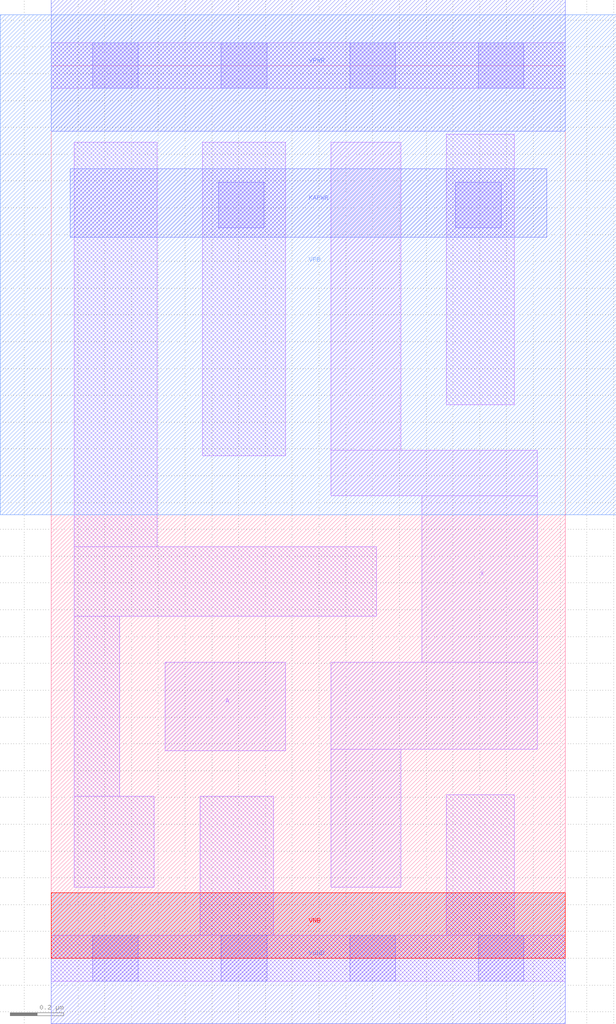
<source format=lef>
# Copyright 2020 The SkyWater PDK Authors
#
# Licensed under the Apache License, Version 2.0 (the "License");
# you may not use this file except in compliance with the License.
# You may obtain a copy of the License at
#
#     https://www.apache.org/licenses/LICENSE-2.0
#
# Unless required by applicable law or agreed to in writing, software
# distributed under the License is distributed on an "AS IS" BASIS,
# WITHOUT WARRANTIES OR CONDITIONS OF ANY KIND, either express or implied.
# See the License for the specific language governing permissions and
# limitations under the License.
#
# SPDX-License-Identifier: Apache-2.0

VERSION 5.7 ;
  NOWIREEXTENSIONATPIN ON ;
  DIVIDERCHAR "/" ;
  BUSBITCHARS "[]" ;
MACRO sky130_fd_sc_lp__bufkapwr_2
  CLASS CORE ;
  FOREIGN sky130_fd_sc_lp__bufkapwr_2 ;
  ORIGIN  0.000000  0.000000 ;
  SIZE  1.920000 BY  3.330000 ;
  SYMMETRY X Y ;
  SITE unit ;
  PIN A
    ANTENNAGATEAREA  0.252000 ;
    DIRECTION INPUT ;
    USE SIGNAL ;
    PORT
      LAYER li1 ;
        RECT 0.425000 0.775000 0.875000 1.105000 ;
    END
  END A
  PIN X
    ANTENNADIFFAREA  0.470400 ;
    DIRECTION OUTPUT ;
    USE SIGNAL ;
    PORT
      LAYER li1 ;
        RECT 1.045000 0.265000 1.305000 0.780000 ;
        RECT 1.045000 0.780000 1.815000 1.105000 ;
        RECT 1.045000 1.725000 1.815000 1.895000 ;
        RECT 1.045000 1.895000 1.305000 3.045000 ;
        RECT 1.385000 1.105000 1.815000 1.725000 ;
    END
  END X
  PIN KAPWR
    DIRECTION INOUT ;
    USE POWER ;
    PORT
      LAYER met1 ;
        RECT 0.070000 2.690000 1.850000 2.945000 ;
    END
  END KAPWR
  PIN VGND
    DIRECTION INOUT ;
    USE GROUND ;
    PORT
      LAYER met1 ;
        RECT 0.000000 -0.245000 1.920000 0.245000 ;
    END
  END VGND
  PIN VNB
    DIRECTION INOUT ;
    USE GROUND ;
    PORT
      LAYER pwell ;
        RECT 0.000000 0.000000 1.920000 0.245000 ;
    END
  END VNB
  PIN VPB
    DIRECTION INOUT ;
    USE POWER ;
    PORT
      LAYER nwell ;
        RECT -0.190000 1.655000 2.110000 3.520000 ;
    END
  END VPB
  PIN VPWR
    DIRECTION INOUT ;
    USE POWER ;
    PORT
      LAYER met1 ;
        RECT 0.000000 3.085000 1.920000 3.575000 ;
    END
  END VPWR
  OBS
    LAYER li1 ;
      RECT 0.000000 -0.085000 1.920000 0.085000 ;
      RECT 0.000000  3.245000 1.920000 3.415000 ;
      RECT 0.085000  0.265000 0.385000 0.605000 ;
      RECT 0.085000  0.605000 0.255000 1.275000 ;
      RECT 0.085000  1.275000 1.215000 1.535000 ;
      RECT 0.085000  1.535000 0.395000 3.045000 ;
      RECT 0.555000  0.085000 0.830000 0.605000 ;
      RECT 0.565000  1.875000 0.875000 3.045000 ;
      RECT 1.475000  0.085000 1.730000 0.610000 ;
      RECT 1.475000  2.065000 1.730000 3.075000 ;
    LAYER mcon ;
      RECT 0.155000 -0.085000 0.325000 0.085000 ;
      RECT 0.155000  3.245000 0.325000 3.415000 ;
      RECT 0.625000  2.725000 0.795000 2.895000 ;
      RECT 0.635000 -0.085000 0.805000 0.085000 ;
      RECT 0.635000  3.245000 0.805000 3.415000 ;
      RECT 1.115000 -0.085000 1.285000 0.085000 ;
      RECT 1.115000  3.245000 1.285000 3.415000 ;
      RECT 1.510000  2.725000 1.680000 2.895000 ;
      RECT 1.595000 -0.085000 1.765000 0.085000 ;
      RECT 1.595000  3.245000 1.765000 3.415000 ;
  END
END sky130_fd_sc_lp__bufkapwr_2
END LIBRARY

</source>
